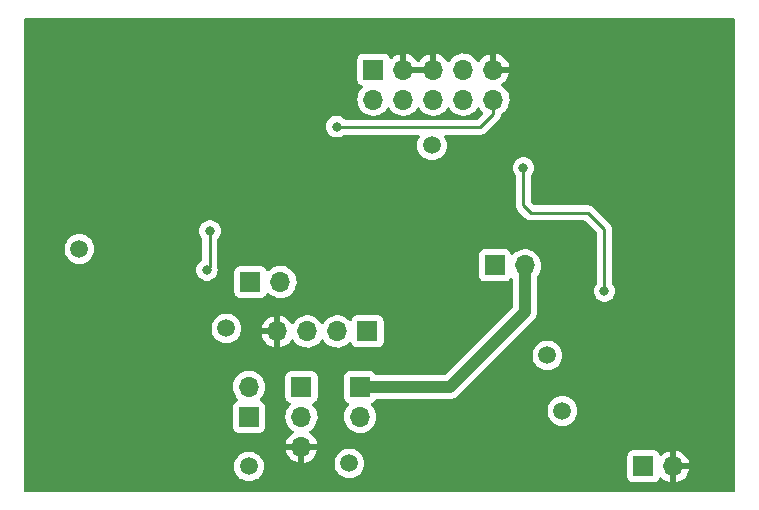
<source format=gbl>
G04 #@! TF.GenerationSoftware,KiCad,Pcbnew,6.0.11+dfsg-1*
G04 #@! TF.CreationDate,2024-04-10T09:55:10+02:00*
G04 #@! TF.ProjectId,Nehari_Chauveliere_kicad_TMS,4e656861-7269-45f4-9368-617576656c69,rev?*
G04 #@! TF.SameCoordinates,Original*
G04 #@! TF.FileFunction,Copper,L2,Bot*
G04 #@! TF.FilePolarity,Positive*
%FSLAX46Y46*%
G04 Gerber Fmt 4.6, Leading zero omitted, Abs format (unit mm)*
G04 Created by KiCad (PCBNEW 6.0.11+dfsg-1) date 2024-04-10 09:55:10*
%MOMM*%
%LPD*%
G01*
G04 APERTURE LIST*
G04 #@! TA.AperFunction,ComponentPad*
%ADD10C,1.500000*%
G04 #@! TD*
G04 #@! TA.AperFunction,ComponentPad*
%ADD11R,1.700000X1.700000*%
G04 #@! TD*
G04 #@! TA.AperFunction,ComponentPad*
%ADD12O,1.700000X1.700000*%
G04 #@! TD*
G04 #@! TA.AperFunction,ViaPad*
%ADD13C,0.800000*%
G04 #@! TD*
G04 #@! TA.AperFunction,Conductor*
%ADD14C,0.250000*%
G04 #@! TD*
G04 #@! TA.AperFunction,Conductor*
%ADD15C,1.000000*%
G04 #@! TD*
G04 APERTURE END LIST*
D10*
X157988000Y-103378000D03*
X166497000Y-103124000D03*
X173482000Y-76200000D03*
X184531000Y-98679000D03*
X143637000Y-84963000D03*
X183261000Y-93980000D03*
X156083000Y-91694000D03*
D11*
X168021000Y-91948000D03*
D12*
X165481000Y-91948000D03*
X162941000Y-91948000D03*
X160401000Y-91948000D03*
D11*
X191389000Y-103378000D03*
D12*
X193929000Y-103378000D03*
D11*
X157988000Y-99192000D03*
D12*
X157988000Y-96652000D03*
D11*
X158115000Y-87757000D03*
D12*
X160655000Y-87757000D03*
D11*
X168529000Y-69773800D03*
D12*
X168529000Y-72313800D03*
X171069000Y-69773800D03*
X171069000Y-72313800D03*
X173609000Y-69773800D03*
X173609000Y-72313800D03*
X176149000Y-69773800D03*
X176149000Y-72313800D03*
X178689000Y-69773800D03*
X178689000Y-72313800D03*
D11*
X167386000Y-96647000D03*
D12*
X167386000Y-99187000D03*
D11*
X178816000Y-86360000D03*
D12*
X181356000Y-86360000D03*
X162433000Y-101727000D03*
X162433000Y-99187000D03*
D11*
X162433000Y-96647000D03*
D13*
X150622000Y-99568000D03*
X162306000Y-104140000D03*
X171323000Y-99695000D03*
X191516000Y-66929000D03*
X150622000Y-95123000D03*
X146304000Y-82804000D03*
X146177000Y-92710000D03*
X144018000Y-87757000D03*
X153035000Y-88138000D03*
X152908000Y-85852000D03*
X167894000Y-76835000D03*
X164973000Y-72898000D03*
X183388000Y-86360000D03*
X152781000Y-74803000D03*
X176149000Y-82804000D03*
X188595000Y-79375000D03*
X186563000Y-89408000D03*
X184150000Y-96266000D03*
X183515000Y-103378000D03*
X197358000Y-103632000D03*
X197612000Y-95631000D03*
X195453000Y-88519000D03*
X195199000Y-80010000D03*
X191262000Y-74676000D03*
X183134000Y-72517000D03*
X179578000Y-81788000D03*
X188087000Y-88519000D03*
X181229000Y-78105000D03*
X164084000Y-88138000D03*
X178943000Y-66929000D03*
X154305000Y-73152000D03*
X153035000Y-105029000D03*
X149860000Y-81407000D03*
X146558000Y-77597000D03*
X168529000Y-103251000D03*
X141097000Y-97536000D03*
X168021000Y-87884000D03*
X171069000Y-78613000D03*
X164846000Y-80010000D03*
X158115000Y-91821000D03*
X150495000Y-70739000D03*
X147193000Y-100965000D03*
X144907000Y-104902000D03*
X155575000Y-77216000D03*
X177800000Y-75692000D03*
X177165000Y-90424000D03*
X145161000Y-71755000D03*
X153924000Y-81153000D03*
X169164000Y-82677000D03*
X165227000Y-67183000D03*
X160655000Y-82042000D03*
X165415351Y-74610351D03*
X154427000Y-86746000D03*
X154686000Y-83439000D03*
D14*
X165415351Y-74610351D02*
X165481000Y-74676000D01*
X178689000Y-73533000D02*
X178689000Y-72313800D01*
X165481000Y-74676000D02*
X177546000Y-74676000D01*
X177546000Y-74676000D02*
X178689000Y-73533000D01*
X181229000Y-81280000D02*
X181229000Y-78105000D01*
X181864000Y-81915000D02*
X181229000Y-81280000D01*
X185547000Y-81915000D02*
X181864000Y-81915000D01*
X185547000Y-81915000D02*
X186690000Y-81915000D01*
X186690000Y-81915000D02*
X188087000Y-83312000D01*
X188087000Y-83312000D02*
X188087000Y-88519000D01*
X154686000Y-83439000D02*
X154686000Y-86487000D01*
X154686000Y-86487000D02*
X154427000Y-86746000D01*
D15*
X167386000Y-96647000D02*
X175006000Y-96647000D01*
X181356000Y-90297000D02*
X181356000Y-86360000D01*
X175006000Y-96647000D02*
X181356000Y-90297000D01*
G04 #@! TA.AperFunction,Conductor*
G36*
X199077621Y-65425502D02*
G01*
X199124114Y-65479158D01*
X199135500Y-65531500D01*
X199135500Y-105410500D01*
X199115498Y-105478621D01*
X199061842Y-105525114D01*
X199009500Y-105536500D01*
X139064500Y-105536500D01*
X138996379Y-105516498D01*
X138949886Y-105462842D01*
X138938500Y-105410500D01*
X138938500Y-103378000D01*
X156724693Y-103378000D01*
X156743885Y-103597371D01*
X156800880Y-103810076D01*
X156803205Y-103815061D01*
X156891618Y-104004666D01*
X156891621Y-104004671D01*
X156893944Y-104009653D01*
X156897100Y-104014160D01*
X156897101Y-104014162D01*
X156948700Y-104087852D01*
X157020251Y-104190038D01*
X157175962Y-104345749D01*
X157180471Y-104348906D01*
X157180473Y-104348908D01*
X157255241Y-104401261D01*
X157356346Y-104472056D01*
X157555924Y-104565120D01*
X157768629Y-104622115D01*
X157988000Y-104641307D01*
X158207371Y-104622115D01*
X158420076Y-104565120D01*
X158619654Y-104472056D01*
X158720759Y-104401261D01*
X158795527Y-104348908D01*
X158795529Y-104348906D01*
X158800038Y-104345749D01*
X158955749Y-104190038D01*
X159027301Y-104087852D01*
X159078899Y-104014162D01*
X159078900Y-104014160D01*
X159082056Y-104009653D01*
X159084379Y-104004671D01*
X159084382Y-104004666D01*
X159172795Y-103815061D01*
X159175120Y-103810076D01*
X159232115Y-103597371D01*
X159251307Y-103378000D01*
X159232115Y-103158629D01*
X159222836Y-103124000D01*
X165233693Y-103124000D01*
X165252885Y-103343371D01*
X165309880Y-103556076D01*
X165312205Y-103561061D01*
X165400618Y-103750666D01*
X165400621Y-103750671D01*
X165402944Y-103755653D01*
X165406100Y-103760160D01*
X165406101Y-103760162D01*
X165493001Y-103884267D01*
X165529251Y-103936038D01*
X165684962Y-104091749D01*
X165865346Y-104218056D01*
X166064924Y-104311120D01*
X166277629Y-104368115D01*
X166497000Y-104387307D01*
X166716371Y-104368115D01*
X166929076Y-104311120D01*
X167004104Y-104276134D01*
X190030500Y-104276134D01*
X190037255Y-104338316D01*
X190088385Y-104474705D01*
X190175739Y-104591261D01*
X190292295Y-104678615D01*
X190428684Y-104729745D01*
X190490866Y-104736500D01*
X192287134Y-104736500D01*
X192349316Y-104729745D01*
X192485705Y-104678615D01*
X192602261Y-104591261D01*
X192689615Y-104474705D01*
X192722559Y-104386828D01*
X192733798Y-104356848D01*
X192776440Y-104300084D01*
X192843001Y-104275384D01*
X192912350Y-104290592D01*
X192947017Y-104318580D01*
X192972218Y-104347673D01*
X192979580Y-104354883D01*
X193143434Y-104490916D01*
X193151881Y-104496831D01*
X193335756Y-104604279D01*
X193345042Y-104608729D01*
X193544001Y-104684703D01*
X193553899Y-104687579D01*
X193657250Y-104708606D01*
X193671299Y-104707410D01*
X193675000Y-104697065D01*
X193675000Y-104696517D01*
X194183000Y-104696517D01*
X194187064Y-104710359D01*
X194200478Y-104712393D01*
X194207184Y-104711534D01*
X194217262Y-104709392D01*
X194421255Y-104648191D01*
X194430842Y-104644433D01*
X194622095Y-104550739D01*
X194630945Y-104545464D01*
X194804328Y-104421792D01*
X194812200Y-104415139D01*
X194963052Y-104264812D01*
X194969730Y-104256965D01*
X195094003Y-104084020D01*
X195099313Y-104075183D01*
X195193670Y-103884267D01*
X195197469Y-103874672D01*
X195259377Y-103670910D01*
X195261555Y-103660837D01*
X195262986Y-103649962D01*
X195260775Y-103635778D01*
X195247617Y-103632000D01*
X194201115Y-103632000D01*
X194185876Y-103636475D01*
X194184671Y-103637865D01*
X194183000Y-103645548D01*
X194183000Y-104696517D01*
X193675000Y-104696517D01*
X193675000Y-103105885D01*
X194183000Y-103105885D01*
X194187475Y-103121124D01*
X194188865Y-103122329D01*
X194196548Y-103124000D01*
X195247344Y-103124000D01*
X195260875Y-103120027D01*
X195262180Y-103110947D01*
X195220214Y-102943875D01*
X195216894Y-102934124D01*
X195131972Y-102738814D01*
X195127105Y-102729739D01*
X195011426Y-102550926D01*
X195005136Y-102542757D01*
X194861806Y-102385240D01*
X194854273Y-102378215D01*
X194687139Y-102246222D01*
X194678552Y-102240517D01*
X194492117Y-102137599D01*
X194482705Y-102133369D01*
X194281959Y-102062280D01*
X194271988Y-102059646D01*
X194200837Y-102046972D01*
X194187540Y-102048432D01*
X194183000Y-102062989D01*
X194183000Y-103105885D01*
X193675000Y-103105885D01*
X193675000Y-102061102D01*
X193671082Y-102047758D01*
X193656806Y-102045771D01*
X193618324Y-102051660D01*
X193608288Y-102054051D01*
X193405868Y-102120212D01*
X193396359Y-102124209D01*
X193207463Y-102222542D01*
X193198738Y-102228036D01*
X193028433Y-102355905D01*
X193020726Y-102362748D01*
X192943478Y-102443584D01*
X192881954Y-102479014D01*
X192811042Y-102475557D01*
X192753255Y-102434311D01*
X192734402Y-102400763D01*
X192692767Y-102289703D01*
X192689615Y-102281295D01*
X192602261Y-102164739D01*
X192485705Y-102077385D01*
X192349316Y-102026255D01*
X192287134Y-102019500D01*
X190490866Y-102019500D01*
X190428684Y-102026255D01*
X190292295Y-102077385D01*
X190175739Y-102164739D01*
X190088385Y-102281295D01*
X190037255Y-102417684D01*
X190030500Y-102479866D01*
X190030500Y-104276134D01*
X167004104Y-104276134D01*
X167128654Y-104218056D01*
X167309038Y-104091749D01*
X167464749Y-103936038D01*
X167501000Y-103884267D01*
X167587899Y-103760162D01*
X167587900Y-103760160D01*
X167591056Y-103755653D01*
X167593379Y-103750671D01*
X167593382Y-103750666D01*
X167681795Y-103561061D01*
X167684120Y-103556076D01*
X167741115Y-103343371D01*
X167760307Y-103124000D01*
X167741115Y-102904629D01*
X167684120Y-102691924D01*
X167618372Y-102550926D01*
X167593382Y-102497334D01*
X167593379Y-102497329D01*
X167591056Y-102492347D01*
X167587899Y-102487838D01*
X167467908Y-102316473D01*
X167467906Y-102316470D01*
X167464749Y-102311962D01*
X167309038Y-102156251D01*
X167282401Y-102137599D01*
X167173152Y-102061102D01*
X167128654Y-102029944D01*
X166929076Y-101936880D01*
X166716371Y-101879885D01*
X166497000Y-101860693D01*
X166277629Y-101879885D01*
X166064924Y-101936880D01*
X165971562Y-101980415D01*
X165870334Y-102027618D01*
X165870329Y-102027621D01*
X165865347Y-102029944D01*
X165860840Y-102033100D01*
X165860838Y-102033101D01*
X165689473Y-102153092D01*
X165689470Y-102153094D01*
X165684962Y-102156251D01*
X165529251Y-102311962D01*
X165526094Y-102316470D01*
X165526092Y-102316473D01*
X165406101Y-102487838D01*
X165402944Y-102492347D01*
X165400621Y-102497329D01*
X165400618Y-102497334D01*
X165375628Y-102550926D01*
X165309880Y-102691924D01*
X165252885Y-102904629D01*
X165233693Y-103124000D01*
X159222836Y-103124000D01*
X159175120Y-102945924D01*
X159090353Y-102764139D01*
X159084382Y-102751334D01*
X159084379Y-102751329D01*
X159082056Y-102746347D01*
X159078899Y-102741838D01*
X158958908Y-102570473D01*
X158958906Y-102570470D01*
X158955749Y-102565962D01*
X158800038Y-102410251D01*
X158619654Y-102283944D01*
X158420076Y-102190880D01*
X158207371Y-102133885D01*
X157988000Y-102114693D01*
X157768629Y-102133885D01*
X157555924Y-102190880D01*
X157465025Y-102233267D01*
X157361334Y-102281618D01*
X157361329Y-102281621D01*
X157356347Y-102283944D01*
X157351840Y-102287100D01*
X157351838Y-102287101D01*
X157180473Y-102407092D01*
X157180470Y-102407094D01*
X157175962Y-102410251D01*
X157020251Y-102565962D01*
X157017094Y-102570470D01*
X157017092Y-102570473D01*
X156897101Y-102741838D01*
X156893944Y-102746347D01*
X156891621Y-102751329D01*
X156891618Y-102751334D01*
X156885647Y-102764139D01*
X156800880Y-102945924D01*
X156743885Y-103158629D01*
X156724693Y-103378000D01*
X138938500Y-103378000D01*
X138938500Y-101994966D01*
X161101257Y-101994966D01*
X161131565Y-102129446D01*
X161134645Y-102139275D01*
X161214770Y-102336603D01*
X161219413Y-102345794D01*
X161330694Y-102527388D01*
X161336777Y-102535699D01*
X161476213Y-102696667D01*
X161483580Y-102703883D01*
X161647434Y-102839916D01*
X161655881Y-102845831D01*
X161839756Y-102953279D01*
X161849042Y-102957729D01*
X162048001Y-103033703D01*
X162057899Y-103036579D01*
X162161250Y-103057606D01*
X162175299Y-103056410D01*
X162179000Y-103046065D01*
X162179000Y-103045517D01*
X162687000Y-103045517D01*
X162691064Y-103059359D01*
X162704478Y-103061393D01*
X162711184Y-103060534D01*
X162721262Y-103058392D01*
X162925255Y-102997191D01*
X162934842Y-102993433D01*
X163126095Y-102899739D01*
X163134945Y-102894464D01*
X163308328Y-102770792D01*
X163316200Y-102764139D01*
X163467052Y-102613812D01*
X163473730Y-102605965D01*
X163598003Y-102433020D01*
X163603313Y-102424183D01*
X163697670Y-102233267D01*
X163701469Y-102223672D01*
X163763377Y-102019910D01*
X163765555Y-102009837D01*
X163766986Y-101998962D01*
X163764775Y-101984778D01*
X163751617Y-101981000D01*
X162705115Y-101981000D01*
X162689876Y-101985475D01*
X162688671Y-101986865D01*
X162687000Y-101994548D01*
X162687000Y-103045517D01*
X162179000Y-103045517D01*
X162179000Y-101999115D01*
X162174525Y-101983876D01*
X162173135Y-101982671D01*
X162165452Y-101981000D01*
X161116225Y-101981000D01*
X161102694Y-101984973D01*
X161101257Y-101994966D01*
X138938500Y-101994966D01*
X138938500Y-96618695D01*
X156625251Y-96618695D01*
X156625548Y-96623848D01*
X156625548Y-96623851D01*
X156631011Y-96718590D01*
X156638110Y-96841715D01*
X156639247Y-96846761D01*
X156639248Y-96846767D01*
X156659119Y-96934939D01*
X156687222Y-97059639D01*
X156771266Y-97266616D01*
X156773965Y-97271020D01*
X156848957Y-97393396D01*
X156887987Y-97457088D01*
X157034250Y-97625938D01*
X157038230Y-97629242D01*
X157042981Y-97633187D01*
X157082616Y-97692090D01*
X157084113Y-97763071D01*
X157046997Y-97823593D01*
X157006725Y-97848112D01*
X156974318Y-97860261D01*
X156891295Y-97891385D01*
X156774739Y-97978739D01*
X156687385Y-98095295D01*
X156636255Y-98231684D01*
X156629500Y-98293866D01*
X156629500Y-100090134D01*
X156636255Y-100152316D01*
X156687385Y-100288705D01*
X156774739Y-100405261D01*
X156891295Y-100492615D01*
X157027684Y-100543745D01*
X157089866Y-100550500D01*
X158886134Y-100550500D01*
X158948316Y-100543745D01*
X159084705Y-100492615D01*
X159201261Y-100405261D01*
X159288615Y-100288705D01*
X159339745Y-100152316D01*
X159346500Y-100090134D01*
X159346500Y-99153695D01*
X161070251Y-99153695D01*
X161070548Y-99158848D01*
X161070548Y-99158851D01*
X161076011Y-99253590D01*
X161083110Y-99376715D01*
X161084247Y-99381761D01*
X161084248Y-99381767D01*
X161104119Y-99469939D01*
X161132222Y-99594639D01*
X161216266Y-99801616D01*
X161332987Y-99992088D01*
X161479250Y-100160938D01*
X161651126Y-100303632D01*
X161724955Y-100346774D01*
X161773679Y-100398412D01*
X161786750Y-100468195D01*
X161760019Y-100533967D01*
X161719562Y-100567327D01*
X161711457Y-100571546D01*
X161702738Y-100577036D01*
X161532433Y-100704905D01*
X161524726Y-100711748D01*
X161377590Y-100865717D01*
X161371104Y-100873727D01*
X161251098Y-101049649D01*
X161246000Y-101058623D01*
X161156338Y-101251783D01*
X161152775Y-101261470D01*
X161097389Y-101461183D01*
X161098912Y-101469607D01*
X161111292Y-101473000D01*
X163751344Y-101473000D01*
X163764875Y-101469027D01*
X163766180Y-101459947D01*
X163724214Y-101292875D01*
X163720894Y-101283124D01*
X163635972Y-101087814D01*
X163631105Y-101078739D01*
X163515426Y-100899926D01*
X163509136Y-100891757D01*
X163365806Y-100734240D01*
X163358273Y-100727215D01*
X163191139Y-100595222D01*
X163182556Y-100589520D01*
X163145602Y-100569120D01*
X163095631Y-100518687D01*
X163080859Y-100449245D01*
X163105975Y-100382839D01*
X163133327Y-100356232D01*
X163156797Y-100339491D01*
X163312860Y-100228173D01*
X163471096Y-100070489D01*
X163530594Y-99987689D01*
X163598435Y-99893277D01*
X163601453Y-99889077D01*
X163700430Y-99688811D01*
X163765370Y-99475069D01*
X163794529Y-99253590D01*
X163796156Y-99187000D01*
X163793418Y-99153695D01*
X166023251Y-99153695D01*
X166023548Y-99158848D01*
X166023548Y-99158851D01*
X166029011Y-99253590D01*
X166036110Y-99376715D01*
X166037247Y-99381761D01*
X166037248Y-99381767D01*
X166057119Y-99469939D01*
X166085222Y-99594639D01*
X166169266Y-99801616D01*
X166285987Y-99992088D01*
X166432250Y-100160938D01*
X166604126Y-100303632D01*
X166797000Y-100416338D01*
X167005692Y-100496030D01*
X167010760Y-100497061D01*
X167010763Y-100497062D01*
X167117054Y-100518687D01*
X167224597Y-100540567D01*
X167229772Y-100540757D01*
X167229774Y-100540757D01*
X167442673Y-100548564D01*
X167442677Y-100548564D01*
X167447837Y-100548753D01*
X167452957Y-100548097D01*
X167452959Y-100548097D01*
X167664288Y-100521025D01*
X167664289Y-100521025D01*
X167669416Y-100520368D01*
X167675019Y-100518687D01*
X167878429Y-100457661D01*
X167878434Y-100457659D01*
X167883384Y-100456174D01*
X168083994Y-100357896D01*
X168265860Y-100228173D01*
X168424096Y-100070489D01*
X168483594Y-99987689D01*
X168551435Y-99893277D01*
X168554453Y-99889077D01*
X168653430Y-99688811D01*
X168718370Y-99475069D01*
X168747529Y-99253590D01*
X168749156Y-99187000D01*
X168730852Y-98964361D01*
X168676431Y-98747702D01*
X168646558Y-98679000D01*
X183267693Y-98679000D01*
X183286885Y-98898371D01*
X183343880Y-99111076D01*
X183346205Y-99116061D01*
X183434618Y-99305666D01*
X183434621Y-99305671D01*
X183436944Y-99310653D01*
X183440100Y-99315160D01*
X183440101Y-99315162D01*
X183486739Y-99381767D01*
X183563251Y-99491038D01*
X183718962Y-99646749D01*
X183899346Y-99773056D01*
X184098924Y-99866120D01*
X184311629Y-99923115D01*
X184531000Y-99942307D01*
X184750371Y-99923115D01*
X184963076Y-99866120D01*
X185162654Y-99773056D01*
X185343038Y-99646749D01*
X185498749Y-99491038D01*
X185575262Y-99381767D01*
X185621899Y-99315162D01*
X185621900Y-99315160D01*
X185625056Y-99310653D01*
X185627379Y-99305671D01*
X185627382Y-99305666D01*
X185715795Y-99116061D01*
X185718120Y-99111076D01*
X185775115Y-98898371D01*
X185794307Y-98679000D01*
X185775115Y-98459629D01*
X185718120Y-98246924D01*
X185649953Y-98100738D01*
X185627382Y-98052334D01*
X185627379Y-98052329D01*
X185625056Y-98047347D01*
X185615365Y-98033507D01*
X185501908Y-97871473D01*
X185501906Y-97871470D01*
X185498749Y-97866962D01*
X185343038Y-97711251D01*
X185315674Y-97692090D01*
X185240892Y-97639727D01*
X185162654Y-97584944D01*
X184963076Y-97491880D01*
X184750371Y-97434885D01*
X184531000Y-97415693D01*
X184311629Y-97434885D01*
X184098924Y-97491880D01*
X184005562Y-97535415D01*
X183904334Y-97582618D01*
X183904329Y-97582621D01*
X183899347Y-97584944D01*
X183894840Y-97588100D01*
X183894838Y-97588101D01*
X183723473Y-97708092D01*
X183723470Y-97708094D01*
X183718962Y-97711251D01*
X183563251Y-97866962D01*
X183560094Y-97871470D01*
X183560092Y-97871473D01*
X183446635Y-98033507D01*
X183436944Y-98047347D01*
X183434621Y-98052329D01*
X183434618Y-98052334D01*
X183412047Y-98100738D01*
X183343880Y-98246924D01*
X183286885Y-98459629D01*
X183267693Y-98679000D01*
X168646558Y-98679000D01*
X168587354Y-98542840D01*
X168466014Y-98355277D01*
X168462532Y-98351450D01*
X168318798Y-98193488D01*
X168287746Y-98129642D01*
X168296141Y-98059143D01*
X168341317Y-98004375D01*
X168367761Y-97990706D01*
X168474297Y-97950767D01*
X168482705Y-97947615D01*
X168599261Y-97860261D01*
X168686615Y-97743705D01*
X168689767Y-97735296D01*
X168694077Y-97727425D01*
X168695741Y-97728336D01*
X168731663Y-97680510D01*
X168798224Y-97655807D01*
X168807009Y-97655500D01*
X174944157Y-97655500D01*
X174957764Y-97656237D01*
X174989262Y-97659659D01*
X174989267Y-97659659D01*
X174995388Y-97660324D01*
X175021638Y-97658027D01*
X175045388Y-97655950D01*
X175050214Y-97655621D01*
X175052686Y-97655500D01*
X175055769Y-97655500D01*
X175067738Y-97654326D01*
X175098506Y-97651310D01*
X175099819Y-97651188D01*
X175144084Y-97647315D01*
X175192413Y-97643087D01*
X175197532Y-97641600D01*
X175202833Y-97641080D01*
X175291834Y-97614209D01*
X175292967Y-97613874D01*
X175376414Y-97589630D01*
X175376418Y-97589628D01*
X175382336Y-97587909D01*
X175387068Y-97585456D01*
X175392169Y-97583916D01*
X175397612Y-97581022D01*
X175474260Y-97540269D01*
X175475426Y-97539657D01*
X175552453Y-97499729D01*
X175557926Y-97496892D01*
X175562089Y-97493569D01*
X175566796Y-97491066D01*
X175638918Y-97432245D01*
X175639774Y-97431554D01*
X175678973Y-97400262D01*
X175681477Y-97397758D01*
X175682195Y-97397116D01*
X175686528Y-97393415D01*
X175720062Y-97366065D01*
X175729980Y-97354077D01*
X175749287Y-97330738D01*
X175757277Y-97321958D01*
X179099234Y-93980000D01*
X181997693Y-93980000D01*
X182016885Y-94199371D01*
X182073880Y-94412076D01*
X182076205Y-94417061D01*
X182164618Y-94606666D01*
X182164621Y-94606671D01*
X182166944Y-94611653D01*
X182293251Y-94792038D01*
X182448962Y-94947749D01*
X182629346Y-95074056D01*
X182828924Y-95167120D01*
X183041629Y-95224115D01*
X183261000Y-95243307D01*
X183480371Y-95224115D01*
X183693076Y-95167120D01*
X183892654Y-95074056D01*
X184073038Y-94947749D01*
X184228749Y-94792038D01*
X184355056Y-94611653D01*
X184357379Y-94606671D01*
X184357382Y-94606666D01*
X184445795Y-94417061D01*
X184448120Y-94412076D01*
X184505115Y-94199371D01*
X184524307Y-93980000D01*
X184505115Y-93760629D01*
X184448120Y-93547924D01*
X184404585Y-93454562D01*
X184357382Y-93353334D01*
X184357379Y-93353329D01*
X184355056Y-93348347D01*
X184327573Y-93309097D01*
X184231908Y-93172473D01*
X184231906Y-93172470D01*
X184228749Y-93167962D01*
X184073038Y-93012251D01*
X184040080Y-92989173D01*
X183993759Y-92956739D01*
X183892654Y-92885944D01*
X183693076Y-92792880D01*
X183480371Y-92735885D01*
X183261000Y-92716693D01*
X183041629Y-92735885D01*
X182828924Y-92792880D01*
X182739000Y-92834812D01*
X182634334Y-92883618D01*
X182634329Y-92883621D01*
X182629347Y-92885944D01*
X182624840Y-92889100D01*
X182624838Y-92889101D01*
X182453473Y-93009092D01*
X182453470Y-93009094D01*
X182448962Y-93012251D01*
X182293251Y-93167962D01*
X182290094Y-93172470D01*
X182290092Y-93172473D01*
X182194427Y-93309097D01*
X182166944Y-93348347D01*
X182164621Y-93353329D01*
X182164618Y-93353334D01*
X182117415Y-93454562D01*
X182073880Y-93547924D01*
X182016885Y-93760629D01*
X181997693Y-93980000D01*
X179099234Y-93980000D01*
X182025379Y-91053855D01*
X182035522Y-91044753D01*
X182060218Y-91024897D01*
X182065025Y-91021032D01*
X182097292Y-90982578D01*
X182100472Y-90978931D01*
X182102115Y-90977119D01*
X182104309Y-90974925D01*
X182131642Y-90941651D01*
X182132348Y-90940800D01*
X182139105Y-90932748D01*
X182192154Y-90869526D01*
X182194722Y-90864856D01*
X182198103Y-90860739D01*
X182241977Y-90778914D01*
X182242606Y-90777755D01*
X182284462Y-90701619D01*
X182284465Y-90701611D01*
X182287433Y-90696213D01*
X182289045Y-90691131D01*
X182291562Y-90686437D01*
X182318762Y-90597469D01*
X182319108Y-90596358D01*
X182319412Y-90595402D01*
X182347235Y-90507694D01*
X182347829Y-90502398D01*
X182349387Y-90497302D01*
X182358790Y-90404743D01*
X182358911Y-90403607D01*
X182364500Y-90353773D01*
X182364500Y-90350246D01*
X182364555Y-90349261D01*
X182365002Y-90343581D01*
X182369374Y-90300538D01*
X182365059Y-90254891D01*
X182364500Y-90243033D01*
X182364500Y-87323970D01*
X182384502Y-87255849D01*
X182392460Y-87245120D01*
X182394096Y-87243489D01*
X182524453Y-87062077D01*
X182586800Y-86935928D01*
X182621136Y-86866453D01*
X182621137Y-86866451D01*
X182623430Y-86861811D01*
X182660022Y-86741373D01*
X182686865Y-86653023D01*
X182686865Y-86653021D01*
X182688370Y-86648069D01*
X182717529Y-86426590D01*
X182718206Y-86398869D01*
X182719074Y-86363365D01*
X182719074Y-86363361D01*
X182719156Y-86360000D01*
X182700852Y-86137361D01*
X182646431Y-85920702D01*
X182557354Y-85715840D01*
X182478955Y-85594653D01*
X182438822Y-85532617D01*
X182438820Y-85532614D01*
X182436014Y-85528277D01*
X182285670Y-85363051D01*
X182281619Y-85359852D01*
X182281615Y-85359848D01*
X182114414Y-85227800D01*
X182114410Y-85227798D01*
X182110359Y-85224598D01*
X181914789Y-85116638D01*
X181909920Y-85114914D01*
X181909916Y-85114912D01*
X181709087Y-85043795D01*
X181709083Y-85043794D01*
X181704212Y-85042069D01*
X181699119Y-85041162D01*
X181699116Y-85041161D01*
X181489373Y-85003800D01*
X181489367Y-85003799D01*
X181484284Y-85002894D01*
X181410452Y-85001992D01*
X181266081Y-85000228D01*
X181266079Y-85000228D01*
X181260911Y-85000165D01*
X181040091Y-85033955D01*
X180827756Y-85103357D01*
X180629607Y-85206507D01*
X180625474Y-85209610D01*
X180625471Y-85209612D01*
X180455100Y-85337530D01*
X180450965Y-85340635D01*
X180394537Y-85399684D01*
X180370283Y-85425064D01*
X180308759Y-85460494D01*
X180237846Y-85457037D01*
X180180060Y-85415791D01*
X180161207Y-85382243D01*
X180119767Y-85271703D01*
X180116615Y-85263295D01*
X180029261Y-85146739D01*
X179912705Y-85059385D01*
X179776316Y-85008255D01*
X179714134Y-85001500D01*
X177917866Y-85001500D01*
X177855684Y-85008255D01*
X177719295Y-85059385D01*
X177602739Y-85146739D01*
X177515385Y-85263295D01*
X177464255Y-85399684D01*
X177457500Y-85461866D01*
X177457500Y-87258134D01*
X177464255Y-87320316D01*
X177515385Y-87456705D01*
X177602739Y-87573261D01*
X177719295Y-87660615D01*
X177855684Y-87711745D01*
X177917866Y-87718500D01*
X179714134Y-87718500D01*
X179776316Y-87711745D01*
X179912705Y-87660615D01*
X180029261Y-87573261D01*
X180116615Y-87456705D01*
X180117771Y-87457571D01*
X180161237Y-87414202D01*
X180230628Y-87399187D01*
X180297120Y-87424071D01*
X180339604Y-87480954D01*
X180347500Y-87524856D01*
X180347500Y-89827075D01*
X180327498Y-89895196D01*
X180310595Y-89916170D01*
X174625171Y-95601595D01*
X174562859Y-95635621D01*
X174536076Y-95638500D01*
X168807009Y-95638500D01*
X168738888Y-95618498D01*
X168692395Y-95564842D01*
X168690097Y-95559306D01*
X168689767Y-95558703D01*
X168686615Y-95550295D01*
X168599261Y-95433739D01*
X168482705Y-95346385D01*
X168346316Y-95295255D01*
X168284134Y-95288500D01*
X166487866Y-95288500D01*
X166425684Y-95295255D01*
X166289295Y-95346385D01*
X166172739Y-95433739D01*
X166085385Y-95550295D01*
X166034255Y-95686684D01*
X166027500Y-95748866D01*
X166027500Y-97545134D01*
X166034255Y-97607316D01*
X166085385Y-97743705D01*
X166172739Y-97860261D01*
X166289295Y-97947615D01*
X166297704Y-97950767D01*
X166297705Y-97950768D01*
X166406451Y-97991535D01*
X166463216Y-98034176D01*
X166487916Y-98100738D01*
X166472709Y-98170087D01*
X166453316Y-98196568D01*
X166326629Y-98329138D01*
X166200743Y-98513680D01*
X166106688Y-98716305D01*
X166046989Y-98931570D01*
X166023251Y-99153695D01*
X163793418Y-99153695D01*
X163777852Y-98964361D01*
X163723431Y-98747702D01*
X163634354Y-98542840D01*
X163513014Y-98355277D01*
X163509532Y-98351450D01*
X163365798Y-98193488D01*
X163334746Y-98129642D01*
X163343141Y-98059143D01*
X163388317Y-98004375D01*
X163414761Y-97990706D01*
X163521297Y-97950767D01*
X163529705Y-97947615D01*
X163646261Y-97860261D01*
X163733615Y-97743705D01*
X163784745Y-97607316D01*
X163791500Y-97545134D01*
X163791500Y-95748866D01*
X163784745Y-95686684D01*
X163733615Y-95550295D01*
X163646261Y-95433739D01*
X163529705Y-95346385D01*
X163393316Y-95295255D01*
X163331134Y-95288500D01*
X161534866Y-95288500D01*
X161472684Y-95295255D01*
X161336295Y-95346385D01*
X161219739Y-95433739D01*
X161132385Y-95550295D01*
X161081255Y-95686684D01*
X161074500Y-95748866D01*
X161074500Y-97545134D01*
X161081255Y-97607316D01*
X161132385Y-97743705D01*
X161219739Y-97860261D01*
X161336295Y-97947615D01*
X161344704Y-97950767D01*
X161344705Y-97950768D01*
X161453451Y-97991535D01*
X161510216Y-98034176D01*
X161534916Y-98100738D01*
X161519709Y-98170087D01*
X161500316Y-98196568D01*
X161373629Y-98329138D01*
X161247743Y-98513680D01*
X161153688Y-98716305D01*
X161093989Y-98931570D01*
X161070251Y-99153695D01*
X159346500Y-99153695D01*
X159346500Y-98293866D01*
X159339745Y-98231684D01*
X159288615Y-98095295D01*
X159201261Y-97978739D01*
X159084705Y-97891385D01*
X159009162Y-97863065D01*
X158966203Y-97846960D01*
X158909439Y-97804318D01*
X158884739Y-97737756D01*
X158899947Y-97668408D01*
X158921493Y-97639727D01*
X159026096Y-97535489D01*
X159054212Y-97496362D01*
X159153435Y-97358277D01*
X159156453Y-97354077D01*
X159170249Y-97326164D01*
X159253136Y-97158453D01*
X159253137Y-97158451D01*
X159255430Y-97153811D01*
X159320370Y-96940069D01*
X159349529Y-96718590D01*
X159351156Y-96652000D01*
X159332852Y-96429361D01*
X159278431Y-96212702D01*
X159189354Y-96007840D01*
X159068014Y-95820277D01*
X158917670Y-95655051D01*
X158913619Y-95651852D01*
X158913615Y-95651848D01*
X158746414Y-95519800D01*
X158746410Y-95519798D01*
X158742359Y-95516598D01*
X158546789Y-95408638D01*
X158541920Y-95406914D01*
X158541916Y-95406912D01*
X158341087Y-95335795D01*
X158341083Y-95335794D01*
X158336212Y-95334069D01*
X158331119Y-95333162D01*
X158331116Y-95333161D01*
X158121373Y-95295800D01*
X158121367Y-95295799D01*
X158116284Y-95294894D01*
X158042452Y-95293992D01*
X157898081Y-95292228D01*
X157898079Y-95292228D01*
X157892911Y-95292165D01*
X157672091Y-95325955D01*
X157459756Y-95395357D01*
X157261607Y-95498507D01*
X157257474Y-95501610D01*
X157257471Y-95501612D01*
X157087100Y-95629530D01*
X157082965Y-95632635D01*
X156928629Y-95794138D01*
X156802743Y-95978680D01*
X156708688Y-96181305D01*
X156648989Y-96396570D01*
X156625251Y-96618695D01*
X138938500Y-96618695D01*
X138938500Y-91694000D01*
X154819693Y-91694000D01*
X154838885Y-91913371D01*
X154895880Y-92126076D01*
X154937796Y-92215966D01*
X154986618Y-92320666D01*
X154986621Y-92320671D01*
X154988944Y-92325653D01*
X154992100Y-92330160D01*
X154992101Y-92330162D01*
X155065986Y-92435680D01*
X155115251Y-92506038D01*
X155270962Y-92661749D01*
X155451346Y-92788056D01*
X155650924Y-92881120D01*
X155863629Y-92938115D01*
X156083000Y-92957307D01*
X156302371Y-92938115D01*
X156515076Y-92881120D01*
X156714654Y-92788056D01*
X156895038Y-92661749D01*
X157050749Y-92506038D01*
X157100015Y-92435680D01*
X157173899Y-92330162D01*
X157173900Y-92330160D01*
X157177056Y-92325653D01*
X157179379Y-92320671D01*
X157179382Y-92320666D01*
X157228204Y-92215966D01*
X159069257Y-92215966D01*
X159099565Y-92350446D01*
X159102645Y-92360275D01*
X159182770Y-92557603D01*
X159187413Y-92566794D01*
X159298694Y-92748388D01*
X159304777Y-92756699D01*
X159444213Y-92917667D01*
X159451580Y-92924883D01*
X159615434Y-93060916D01*
X159623881Y-93066831D01*
X159807756Y-93174279D01*
X159817042Y-93178729D01*
X160016001Y-93254703D01*
X160025899Y-93257579D01*
X160129250Y-93278606D01*
X160143299Y-93277410D01*
X160147000Y-93267065D01*
X160147000Y-93266517D01*
X160655000Y-93266517D01*
X160659064Y-93280359D01*
X160672478Y-93282393D01*
X160679184Y-93281534D01*
X160689262Y-93279392D01*
X160893255Y-93218191D01*
X160902842Y-93214433D01*
X161094095Y-93120739D01*
X161102945Y-93115464D01*
X161276328Y-92991792D01*
X161284200Y-92985139D01*
X161435052Y-92834812D01*
X161441730Y-92826965D01*
X161569022Y-92649819D01*
X161570279Y-92650722D01*
X161617373Y-92607362D01*
X161687311Y-92595145D01*
X161752751Y-92622678D01*
X161780579Y-92654511D01*
X161786950Y-92664908D01*
X161840987Y-92753088D01*
X161987250Y-92921938D01*
X162159126Y-93064632D01*
X162352000Y-93177338D01*
X162560692Y-93257030D01*
X162565760Y-93258061D01*
X162565763Y-93258062D01*
X162660862Y-93277410D01*
X162779597Y-93301567D01*
X162784772Y-93301757D01*
X162784774Y-93301757D01*
X162997673Y-93309564D01*
X162997677Y-93309564D01*
X163002837Y-93309753D01*
X163007957Y-93309097D01*
X163007959Y-93309097D01*
X163219288Y-93282025D01*
X163219289Y-93282025D01*
X163224416Y-93281368D01*
X163229366Y-93279883D01*
X163433429Y-93218661D01*
X163433434Y-93218659D01*
X163438384Y-93217174D01*
X163638994Y-93118896D01*
X163820860Y-92989173D01*
X163979096Y-92831489D01*
X164109453Y-92650077D01*
X164110776Y-92651028D01*
X164157645Y-92607857D01*
X164227580Y-92595625D01*
X164293026Y-92623144D01*
X164320875Y-92654994D01*
X164326950Y-92664908D01*
X164380987Y-92753088D01*
X164527250Y-92921938D01*
X164699126Y-93064632D01*
X164892000Y-93177338D01*
X165100692Y-93257030D01*
X165105760Y-93258061D01*
X165105763Y-93258062D01*
X165200862Y-93277410D01*
X165319597Y-93301567D01*
X165324772Y-93301757D01*
X165324774Y-93301757D01*
X165537673Y-93309564D01*
X165537677Y-93309564D01*
X165542837Y-93309753D01*
X165547957Y-93309097D01*
X165547959Y-93309097D01*
X165759288Y-93282025D01*
X165759289Y-93282025D01*
X165764416Y-93281368D01*
X165769366Y-93279883D01*
X165973429Y-93218661D01*
X165973434Y-93218659D01*
X165978384Y-93217174D01*
X166178994Y-93118896D01*
X166360860Y-92989173D01*
X166469091Y-92881319D01*
X166531462Y-92847404D01*
X166602268Y-92852592D01*
X166659030Y-92895238D01*
X166676012Y-92926341D01*
X166709679Y-93016148D01*
X166720385Y-93044705D01*
X166807739Y-93161261D01*
X166924295Y-93248615D01*
X167060684Y-93299745D01*
X167122866Y-93306500D01*
X168919134Y-93306500D01*
X168981316Y-93299745D01*
X169117705Y-93248615D01*
X169234261Y-93161261D01*
X169321615Y-93044705D01*
X169372745Y-92908316D01*
X169379500Y-92846134D01*
X169379500Y-91049866D01*
X169372745Y-90987684D01*
X169321615Y-90851295D01*
X169234261Y-90734739D01*
X169117705Y-90647385D01*
X168981316Y-90596255D01*
X168919134Y-90589500D01*
X167122866Y-90589500D01*
X167060684Y-90596255D01*
X166924295Y-90647385D01*
X166807739Y-90734739D01*
X166720385Y-90851295D01*
X166717233Y-90859703D01*
X166675919Y-90969907D01*
X166633277Y-91026671D01*
X166566716Y-91051371D01*
X166497367Y-91036163D01*
X166464743Y-91010476D01*
X166414151Y-90954875D01*
X166414142Y-90954866D01*
X166410670Y-90951051D01*
X166406619Y-90947852D01*
X166406615Y-90947848D01*
X166239414Y-90815800D01*
X166239410Y-90815798D01*
X166235359Y-90812598D01*
X166199028Y-90792542D01*
X166172241Y-90777755D01*
X166039789Y-90704638D01*
X166034920Y-90702914D01*
X166034916Y-90702912D01*
X165834087Y-90631795D01*
X165834083Y-90631794D01*
X165829212Y-90630069D01*
X165824119Y-90629162D01*
X165824116Y-90629161D01*
X165614373Y-90591800D01*
X165614367Y-90591799D01*
X165609284Y-90590894D01*
X165535452Y-90589992D01*
X165391081Y-90588228D01*
X165391079Y-90588228D01*
X165385911Y-90588165D01*
X165165091Y-90621955D01*
X164952756Y-90691357D01*
X164754607Y-90794507D01*
X164750474Y-90797610D01*
X164750471Y-90797612D01*
X164580100Y-90925530D01*
X164575965Y-90928635D01*
X164531729Y-90974925D01*
X164482280Y-91026671D01*
X164421629Y-91090138D01*
X164314201Y-91247621D01*
X164259293Y-91292621D01*
X164188768Y-91300792D01*
X164125021Y-91269538D01*
X164104324Y-91245054D01*
X164023822Y-91120617D01*
X164023820Y-91120614D01*
X164021014Y-91116277D01*
X163870670Y-90951051D01*
X163866619Y-90947852D01*
X163866615Y-90947848D01*
X163699414Y-90815800D01*
X163699410Y-90815798D01*
X163695359Y-90812598D01*
X163659028Y-90792542D01*
X163632241Y-90777755D01*
X163499789Y-90704638D01*
X163494920Y-90702914D01*
X163494916Y-90702912D01*
X163294087Y-90631795D01*
X163294083Y-90631794D01*
X163289212Y-90630069D01*
X163284119Y-90629162D01*
X163284116Y-90629161D01*
X163074373Y-90591800D01*
X163074367Y-90591799D01*
X163069284Y-90590894D01*
X162995452Y-90589992D01*
X162851081Y-90588228D01*
X162851079Y-90588228D01*
X162845911Y-90588165D01*
X162625091Y-90621955D01*
X162412756Y-90691357D01*
X162214607Y-90794507D01*
X162210474Y-90797610D01*
X162210471Y-90797612D01*
X162040100Y-90925530D01*
X162035965Y-90928635D01*
X161991729Y-90974925D01*
X161942280Y-91026671D01*
X161881629Y-91090138D01*
X161878720Y-91094403D01*
X161878714Y-91094411D01*
X161866404Y-91112457D01*
X161774204Y-91247618D01*
X161773898Y-91248066D01*
X161718987Y-91293069D01*
X161648462Y-91301240D01*
X161584715Y-91269986D01*
X161564018Y-91245502D01*
X161483426Y-91120926D01*
X161477136Y-91112757D01*
X161333806Y-90955240D01*
X161326273Y-90948215D01*
X161159139Y-90816222D01*
X161150552Y-90810517D01*
X160964117Y-90707599D01*
X160954705Y-90703369D01*
X160753959Y-90632280D01*
X160743988Y-90629646D01*
X160672837Y-90616972D01*
X160659540Y-90618432D01*
X160655000Y-90632989D01*
X160655000Y-93266517D01*
X160147000Y-93266517D01*
X160147000Y-92220115D01*
X160142525Y-92204876D01*
X160141135Y-92203671D01*
X160133452Y-92202000D01*
X159084225Y-92202000D01*
X159070694Y-92205973D01*
X159069257Y-92215966D01*
X157228204Y-92215966D01*
X157270120Y-92126076D01*
X157327115Y-91913371D01*
X157346307Y-91694000D01*
X157345273Y-91682183D01*
X159065389Y-91682183D01*
X159066912Y-91690607D01*
X159079292Y-91694000D01*
X160128885Y-91694000D01*
X160144124Y-91689525D01*
X160145329Y-91688135D01*
X160147000Y-91680452D01*
X160147000Y-90631102D01*
X160143082Y-90617758D01*
X160128806Y-90615771D01*
X160090324Y-90621660D01*
X160080288Y-90624051D01*
X159877868Y-90690212D01*
X159868359Y-90694209D01*
X159679463Y-90792542D01*
X159670738Y-90798036D01*
X159500433Y-90925905D01*
X159492726Y-90932748D01*
X159345590Y-91086717D01*
X159339104Y-91094727D01*
X159219098Y-91270649D01*
X159214000Y-91279623D01*
X159124338Y-91472783D01*
X159120775Y-91482470D01*
X159065389Y-91682183D01*
X157345273Y-91682183D01*
X157327115Y-91474629D01*
X157270120Y-91261924D01*
X157202204Y-91116277D01*
X157179382Y-91067334D01*
X157179379Y-91067329D01*
X157177056Y-91062347D01*
X157171110Y-91053855D01*
X157053908Y-90886473D01*
X157053906Y-90886470D01*
X157050749Y-90881962D01*
X156895038Y-90726251D01*
X156868401Y-90707599D01*
X156760834Y-90632280D01*
X156714654Y-90599944D01*
X156515076Y-90506880D01*
X156302371Y-90449885D01*
X156083000Y-90430693D01*
X155863629Y-90449885D01*
X155650924Y-90506880D01*
X155557562Y-90550415D01*
X155456334Y-90597618D01*
X155456331Y-90597620D01*
X155451347Y-90599944D01*
X155446840Y-90603100D01*
X155446838Y-90603101D01*
X155275473Y-90723092D01*
X155275470Y-90723094D01*
X155270962Y-90726251D01*
X155115251Y-90881962D01*
X155112094Y-90886470D01*
X155112092Y-90886473D01*
X154994890Y-91053855D01*
X154988944Y-91062347D01*
X154986621Y-91067329D01*
X154986618Y-91067334D01*
X154963796Y-91116277D01*
X154895880Y-91261924D01*
X154838885Y-91474629D01*
X154819693Y-91694000D01*
X138938500Y-91694000D01*
X138938500Y-88655134D01*
X156756500Y-88655134D01*
X156763255Y-88717316D01*
X156814385Y-88853705D01*
X156901739Y-88970261D01*
X157018295Y-89057615D01*
X157154684Y-89108745D01*
X157216866Y-89115500D01*
X159013134Y-89115500D01*
X159075316Y-89108745D01*
X159211705Y-89057615D01*
X159328261Y-88970261D01*
X159415615Y-88853705D01*
X159437799Y-88794529D01*
X159459598Y-88736382D01*
X159502240Y-88679618D01*
X159568802Y-88654918D01*
X159638150Y-88670126D01*
X159672817Y-88698114D01*
X159701250Y-88730938D01*
X159873126Y-88873632D01*
X160066000Y-88986338D01*
X160274692Y-89066030D01*
X160279760Y-89067061D01*
X160279763Y-89067062D01*
X160387017Y-89088883D01*
X160493597Y-89110567D01*
X160498772Y-89110757D01*
X160498774Y-89110757D01*
X160711673Y-89118564D01*
X160711677Y-89118564D01*
X160716837Y-89118753D01*
X160721957Y-89118097D01*
X160721959Y-89118097D01*
X160933288Y-89091025D01*
X160933289Y-89091025D01*
X160938416Y-89090368D01*
X160943366Y-89088883D01*
X161147429Y-89027661D01*
X161147434Y-89027659D01*
X161152384Y-89026174D01*
X161352994Y-88927896D01*
X161534860Y-88798173D01*
X161693096Y-88640489D01*
X161823453Y-88459077D01*
X161884462Y-88335635D01*
X161920136Y-88263453D01*
X161920137Y-88263451D01*
X161922430Y-88258811D01*
X161987370Y-88045069D01*
X162016529Y-87823590D01*
X162018156Y-87757000D01*
X161999852Y-87534361D01*
X161945431Y-87317702D01*
X161856354Y-87112840D01*
X161745966Y-86942206D01*
X161737822Y-86929617D01*
X161737820Y-86929614D01*
X161735014Y-86925277D01*
X161584670Y-86760051D01*
X161580619Y-86756852D01*
X161580615Y-86756848D01*
X161413414Y-86624800D01*
X161413410Y-86624798D01*
X161409359Y-86621598D01*
X161213789Y-86513638D01*
X161208920Y-86511914D01*
X161208916Y-86511912D01*
X161008087Y-86440795D01*
X161008083Y-86440794D01*
X161003212Y-86439069D01*
X160998119Y-86438162D01*
X160998116Y-86438161D01*
X160788373Y-86400800D01*
X160788367Y-86400799D01*
X160783284Y-86399894D01*
X160709452Y-86398992D01*
X160565081Y-86397228D01*
X160565079Y-86397228D01*
X160559911Y-86397165D01*
X160339091Y-86430955D01*
X160126756Y-86500357D01*
X159928607Y-86603507D01*
X159924474Y-86606610D01*
X159924471Y-86606612D01*
X159754100Y-86734530D01*
X159749965Y-86737635D01*
X159693537Y-86796684D01*
X159669283Y-86822064D01*
X159607759Y-86857494D01*
X159536846Y-86854037D01*
X159479060Y-86812791D01*
X159460207Y-86779243D01*
X159418767Y-86668703D01*
X159415615Y-86660295D01*
X159328261Y-86543739D01*
X159211705Y-86456385D01*
X159075316Y-86405255D01*
X159013134Y-86398500D01*
X157216866Y-86398500D01*
X157154684Y-86405255D01*
X157018295Y-86456385D01*
X156901739Y-86543739D01*
X156814385Y-86660295D01*
X156763255Y-86796684D01*
X156756500Y-86858866D01*
X156756500Y-88655134D01*
X138938500Y-88655134D01*
X138938500Y-86746000D01*
X153513496Y-86746000D01*
X153514186Y-86752565D01*
X153532339Y-86925277D01*
X153533458Y-86935928D01*
X153592473Y-87117556D01*
X153687960Y-87282944D01*
X153692378Y-87287851D01*
X153692379Y-87287852D01*
X153806145Y-87414202D01*
X153815747Y-87424866D01*
X153970248Y-87537118D01*
X153976276Y-87539802D01*
X153976278Y-87539803D01*
X154138681Y-87612109D01*
X154144712Y-87614794D01*
X154238113Y-87634647D01*
X154325056Y-87653128D01*
X154325061Y-87653128D01*
X154331513Y-87654500D01*
X154522487Y-87654500D01*
X154528939Y-87653128D01*
X154528944Y-87653128D01*
X154615888Y-87634647D01*
X154709288Y-87614794D01*
X154715319Y-87612109D01*
X154877722Y-87539803D01*
X154877724Y-87539802D01*
X154883752Y-87537118D01*
X155038253Y-87424866D01*
X155047855Y-87414202D01*
X155161621Y-87287852D01*
X155161622Y-87287851D01*
X155166040Y-87282944D01*
X155261527Y-87117556D01*
X155320542Y-86935928D01*
X155321662Y-86925277D01*
X155339814Y-86752565D01*
X155340504Y-86746000D01*
X155320646Y-86557062D01*
X155321508Y-86524182D01*
X155322980Y-86514890D01*
X155322980Y-86514885D01*
X155324220Y-86507057D01*
X155320059Y-86463038D01*
X155319500Y-86451181D01*
X155319500Y-84141524D01*
X155339502Y-84073403D01*
X155351858Y-84057221D01*
X155425040Y-83975944D01*
X155520527Y-83810556D01*
X155579542Y-83628928D01*
X155589152Y-83537499D01*
X155598814Y-83445565D01*
X155599504Y-83439000D01*
X155579542Y-83249072D01*
X155520527Y-83067444D01*
X155515310Y-83058407D01*
X155460694Y-82963811D01*
X155425040Y-82902056D01*
X155415336Y-82891278D01*
X155301675Y-82765045D01*
X155301674Y-82765044D01*
X155297253Y-82760134D01*
X155142752Y-82647882D01*
X155136724Y-82645198D01*
X155136722Y-82645197D01*
X154974319Y-82572891D01*
X154974318Y-82572891D01*
X154968288Y-82570206D01*
X154866170Y-82548500D01*
X154787944Y-82531872D01*
X154787939Y-82531872D01*
X154781487Y-82530500D01*
X154590513Y-82530500D01*
X154584061Y-82531872D01*
X154584056Y-82531872D01*
X154505830Y-82548500D01*
X154403712Y-82570206D01*
X154397682Y-82572891D01*
X154397681Y-82572891D01*
X154235278Y-82645197D01*
X154235276Y-82645198D01*
X154229248Y-82647882D01*
X154074747Y-82760134D01*
X154070326Y-82765044D01*
X154070325Y-82765045D01*
X153956665Y-82891278D01*
X153946960Y-82902056D01*
X153911306Y-82963811D01*
X153856691Y-83058407D01*
X153851473Y-83067444D01*
X153792458Y-83249072D01*
X153772496Y-83439000D01*
X153773186Y-83445565D01*
X153782849Y-83537499D01*
X153792458Y-83628928D01*
X153851473Y-83810556D01*
X153946960Y-83975944D01*
X154020137Y-84057215D01*
X154050853Y-84121221D01*
X154052500Y-84141524D01*
X154052500Y-85836435D01*
X154032498Y-85904556D01*
X153981615Y-85948225D01*
X153982001Y-85948893D01*
X153978445Y-85950946D01*
X153977753Y-85951540D01*
X153976282Y-85952195D01*
X153976278Y-85952197D01*
X153970248Y-85954882D01*
X153815747Y-86067134D01*
X153811326Y-86072044D01*
X153811325Y-86072045D01*
X153743120Y-86147795D01*
X153687960Y-86209056D01*
X153592473Y-86374444D01*
X153533458Y-86556072D01*
X153532768Y-86562633D01*
X153532768Y-86562635D01*
X153528472Y-86603507D01*
X153513496Y-86746000D01*
X138938500Y-86746000D01*
X138938500Y-84963000D01*
X142373693Y-84963000D01*
X142392885Y-85182371D01*
X142449880Y-85395076D01*
X142452205Y-85400061D01*
X142540618Y-85589666D01*
X142540621Y-85589671D01*
X142542944Y-85594653D01*
X142546100Y-85599160D01*
X142546101Y-85599162D01*
X142624756Y-85711492D01*
X142669251Y-85775038D01*
X142824962Y-85930749D01*
X143005346Y-86057056D01*
X143204924Y-86150120D01*
X143417629Y-86207115D01*
X143637000Y-86226307D01*
X143856371Y-86207115D01*
X144069076Y-86150120D01*
X144268654Y-86057056D01*
X144449038Y-85930749D01*
X144604749Y-85775038D01*
X144649245Y-85711492D01*
X144727899Y-85599162D01*
X144727900Y-85599160D01*
X144731056Y-85594653D01*
X144733379Y-85589671D01*
X144733382Y-85589666D01*
X144821795Y-85400061D01*
X144824120Y-85395076D01*
X144881115Y-85182371D01*
X144900307Y-84963000D01*
X144881115Y-84743629D01*
X144824120Y-84530924D01*
X144780585Y-84437562D01*
X144733382Y-84336334D01*
X144733379Y-84336329D01*
X144731056Y-84331347D01*
X144604749Y-84150962D01*
X144449038Y-83995251D01*
X144268654Y-83868944D01*
X144069076Y-83775880D01*
X143856371Y-83718885D01*
X143637000Y-83699693D01*
X143417629Y-83718885D01*
X143204924Y-83775880D01*
X143144039Y-83804271D01*
X143010334Y-83866618D01*
X143010329Y-83866621D01*
X143005347Y-83868944D01*
X143000840Y-83872100D01*
X143000838Y-83872101D01*
X142829473Y-83992092D01*
X142829470Y-83992094D01*
X142824962Y-83995251D01*
X142669251Y-84150962D01*
X142542944Y-84331347D01*
X142540621Y-84336329D01*
X142540618Y-84336334D01*
X142493415Y-84437562D01*
X142449880Y-84530924D01*
X142392885Y-84743629D01*
X142373693Y-84963000D01*
X138938500Y-84963000D01*
X138938500Y-78105000D01*
X180315496Y-78105000D01*
X180335458Y-78294928D01*
X180394473Y-78476556D01*
X180489960Y-78641944D01*
X180563137Y-78723215D01*
X180593853Y-78787221D01*
X180595500Y-78807524D01*
X180595500Y-81201233D01*
X180594973Y-81212416D01*
X180593298Y-81219909D01*
X180593547Y-81227835D01*
X180593547Y-81227836D01*
X180595438Y-81287986D01*
X180595500Y-81291945D01*
X180595500Y-81319856D01*
X180595997Y-81323790D01*
X180595997Y-81323791D01*
X180596005Y-81323856D01*
X180596938Y-81335693D01*
X180598327Y-81379889D01*
X180602599Y-81394593D01*
X180603978Y-81399339D01*
X180607987Y-81418700D01*
X180610526Y-81438797D01*
X180613445Y-81446168D01*
X180613445Y-81446170D01*
X180626804Y-81479912D01*
X180630649Y-81491142D01*
X180638017Y-81516502D01*
X180642982Y-81533593D01*
X180647015Y-81540412D01*
X180647017Y-81540417D01*
X180653293Y-81551028D01*
X180661988Y-81568776D01*
X180669448Y-81587617D01*
X180674110Y-81594033D01*
X180674110Y-81594034D01*
X180695436Y-81623387D01*
X180701952Y-81633307D01*
X180724458Y-81671362D01*
X180738779Y-81685683D01*
X180751619Y-81700716D01*
X180763528Y-81717107D01*
X180769634Y-81722158D01*
X180797605Y-81745298D01*
X180806384Y-81753288D01*
X181360343Y-82307247D01*
X181367887Y-82315537D01*
X181372000Y-82322018D01*
X181377777Y-82327443D01*
X181421667Y-82368658D01*
X181424509Y-82371413D01*
X181444231Y-82391135D01*
X181447355Y-82393558D01*
X181447359Y-82393562D01*
X181447424Y-82393612D01*
X181456445Y-82401317D01*
X181488679Y-82431586D01*
X181495627Y-82435405D01*
X181495629Y-82435407D01*
X181506432Y-82441346D01*
X181522959Y-82452202D01*
X181532698Y-82459757D01*
X181532700Y-82459758D01*
X181538960Y-82464614D01*
X181579540Y-82482174D01*
X181590188Y-82487391D01*
X181628940Y-82508695D01*
X181636616Y-82510666D01*
X181636619Y-82510667D01*
X181648562Y-82513733D01*
X181667267Y-82520137D01*
X181685855Y-82528181D01*
X181693678Y-82529420D01*
X181693688Y-82529423D01*
X181729524Y-82535099D01*
X181741144Y-82537505D01*
X181776289Y-82546528D01*
X181783970Y-82548500D01*
X181804224Y-82548500D01*
X181823934Y-82550051D01*
X181843943Y-82553220D01*
X181851835Y-82552474D01*
X181887961Y-82549059D01*
X181899819Y-82548500D01*
X186375406Y-82548500D01*
X186443527Y-82568502D01*
X186464501Y-82585405D01*
X187416595Y-83537499D01*
X187450621Y-83599811D01*
X187453500Y-83626594D01*
X187453500Y-87816476D01*
X187433498Y-87884597D01*
X187421142Y-87900779D01*
X187347960Y-87982056D01*
X187252473Y-88147444D01*
X187193458Y-88329072D01*
X187173496Y-88519000D01*
X187174186Y-88525565D01*
X187192322Y-88698115D01*
X187193458Y-88708928D01*
X187252473Y-88890556D01*
X187347960Y-89055944D01*
X187352378Y-89060851D01*
X187352379Y-89060852D01*
X187396270Y-89109598D01*
X187475747Y-89197866D01*
X187630248Y-89310118D01*
X187636276Y-89312802D01*
X187636278Y-89312803D01*
X187798681Y-89385109D01*
X187804712Y-89387794D01*
X187898112Y-89407647D01*
X187985056Y-89426128D01*
X187985061Y-89426128D01*
X187991513Y-89427500D01*
X188182487Y-89427500D01*
X188188939Y-89426128D01*
X188188944Y-89426128D01*
X188275888Y-89407647D01*
X188369288Y-89387794D01*
X188375319Y-89385109D01*
X188537722Y-89312803D01*
X188537724Y-89312802D01*
X188543752Y-89310118D01*
X188698253Y-89197866D01*
X188777730Y-89109598D01*
X188821621Y-89060852D01*
X188821622Y-89060851D01*
X188826040Y-89055944D01*
X188921527Y-88890556D01*
X188980542Y-88708928D01*
X188981679Y-88698115D01*
X188999814Y-88525565D01*
X189000504Y-88519000D01*
X188980542Y-88329072D01*
X188921527Y-88147444D01*
X188826040Y-87982056D01*
X188752863Y-87900785D01*
X188722147Y-87836779D01*
X188720500Y-87816476D01*
X188720500Y-83390763D01*
X188721027Y-83379579D01*
X188722701Y-83372091D01*
X188720562Y-83304032D01*
X188720500Y-83300075D01*
X188720500Y-83272144D01*
X188719994Y-83268138D01*
X188719061Y-83256292D01*
X188719041Y-83255635D01*
X188717673Y-83212110D01*
X188712022Y-83192658D01*
X188708014Y-83173306D01*
X188706467Y-83161063D01*
X188705474Y-83153203D01*
X188702556Y-83145832D01*
X188689200Y-83112097D01*
X188685355Y-83100870D01*
X188684721Y-83098687D01*
X188673018Y-83058407D01*
X188668984Y-83051585D01*
X188668981Y-83051579D01*
X188662706Y-83040968D01*
X188654010Y-83023218D01*
X188649472Y-83011756D01*
X188649469Y-83011751D01*
X188646552Y-83004383D01*
X188620573Y-82968625D01*
X188614057Y-82958707D01*
X188595575Y-82927457D01*
X188591542Y-82920637D01*
X188577218Y-82906313D01*
X188564376Y-82891278D01*
X188552472Y-82874893D01*
X188518406Y-82846711D01*
X188509627Y-82838722D01*
X187193652Y-81522747D01*
X187186112Y-81514461D01*
X187182000Y-81507982D01*
X187132348Y-81461356D01*
X187129507Y-81458602D01*
X187109770Y-81438865D01*
X187106573Y-81436385D01*
X187097551Y-81428680D01*
X187065321Y-81398414D01*
X187058375Y-81394595D01*
X187058372Y-81394593D01*
X187047566Y-81388652D01*
X187031047Y-81377801D01*
X187023529Y-81371970D01*
X187015041Y-81365386D01*
X187007772Y-81362241D01*
X187007768Y-81362238D01*
X186974463Y-81347826D01*
X186963813Y-81342609D01*
X186925060Y-81321305D01*
X186905437Y-81316267D01*
X186886734Y-81309863D01*
X186875420Y-81304967D01*
X186875419Y-81304967D01*
X186868145Y-81301819D01*
X186860322Y-81300580D01*
X186860312Y-81300577D01*
X186824476Y-81294901D01*
X186812856Y-81292495D01*
X186777711Y-81283472D01*
X186777710Y-81283472D01*
X186770030Y-81281500D01*
X186749776Y-81281500D01*
X186730065Y-81279949D01*
X186717886Y-81278020D01*
X186710057Y-81276780D01*
X186702165Y-81277526D01*
X186666039Y-81280941D01*
X186654181Y-81281500D01*
X182178595Y-81281500D01*
X182110474Y-81261498D01*
X182089499Y-81244595D01*
X181899404Y-81054499D01*
X181865379Y-80992187D01*
X181862500Y-80965404D01*
X181862500Y-78807524D01*
X181882502Y-78739403D01*
X181894858Y-78723221D01*
X181968040Y-78641944D01*
X182063527Y-78476556D01*
X182122542Y-78294928D01*
X182142504Y-78105000D01*
X182122542Y-77915072D01*
X182063527Y-77733444D01*
X181968040Y-77568056D01*
X181873293Y-77462828D01*
X181844675Y-77431045D01*
X181844674Y-77431044D01*
X181840253Y-77426134D01*
X181685752Y-77313882D01*
X181679724Y-77311198D01*
X181679722Y-77311197D01*
X181517319Y-77238891D01*
X181517318Y-77238891D01*
X181511288Y-77236206D01*
X181417887Y-77216353D01*
X181330944Y-77197872D01*
X181330939Y-77197872D01*
X181324487Y-77196500D01*
X181133513Y-77196500D01*
X181127061Y-77197872D01*
X181127056Y-77197872D01*
X181040113Y-77216353D01*
X180946712Y-77236206D01*
X180940682Y-77238891D01*
X180940681Y-77238891D01*
X180778278Y-77311197D01*
X180778276Y-77311198D01*
X180772248Y-77313882D01*
X180617747Y-77426134D01*
X180613326Y-77431044D01*
X180613325Y-77431045D01*
X180584708Y-77462828D01*
X180489960Y-77568056D01*
X180394473Y-77733444D01*
X180335458Y-77915072D01*
X180315496Y-78105000D01*
X138938500Y-78105000D01*
X138938500Y-74610351D01*
X164501847Y-74610351D01*
X164521809Y-74800279D01*
X164580824Y-74981907D01*
X164676311Y-75147295D01*
X164680729Y-75152202D01*
X164680730Y-75152203D01*
X164792206Y-75276010D01*
X164804098Y-75289217D01*
X164958599Y-75401469D01*
X164964627Y-75404153D01*
X164964629Y-75404154D01*
X165075310Y-75453432D01*
X165133063Y-75479145D01*
X165226464Y-75498998D01*
X165313407Y-75517479D01*
X165313412Y-75517479D01*
X165319864Y-75518851D01*
X165510838Y-75518851D01*
X165517290Y-75517479D01*
X165517295Y-75517479D01*
X165604238Y-75498998D01*
X165697639Y-75479145D01*
X165755392Y-75453432D01*
X165866073Y-75404154D01*
X165866075Y-75404153D01*
X165872103Y-75401469D01*
X165965566Y-75333564D01*
X166032434Y-75309706D01*
X166039627Y-75309500D01*
X172327147Y-75309500D01*
X172395268Y-75329502D01*
X172441761Y-75383158D01*
X172451865Y-75453432D01*
X172430360Y-75507770D01*
X172387944Y-75568347D01*
X172385621Y-75573329D01*
X172385618Y-75573334D01*
X172338415Y-75674562D01*
X172294880Y-75767924D01*
X172237885Y-75980629D01*
X172218693Y-76200000D01*
X172237885Y-76419371D01*
X172294880Y-76632076D01*
X172297205Y-76637061D01*
X172385618Y-76826666D01*
X172385621Y-76826671D01*
X172387944Y-76831653D01*
X172514251Y-77012038D01*
X172669962Y-77167749D01*
X172850346Y-77294056D01*
X173049924Y-77387120D01*
X173262629Y-77444115D01*
X173482000Y-77463307D01*
X173701371Y-77444115D01*
X173914076Y-77387120D01*
X174113654Y-77294056D01*
X174294038Y-77167749D01*
X174449749Y-77012038D01*
X174576056Y-76831653D01*
X174578379Y-76826671D01*
X174578382Y-76826666D01*
X174666795Y-76637061D01*
X174669120Y-76632076D01*
X174726115Y-76419371D01*
X174745307Y-76200000D01*
X174726115Y-75980629D01*
X174669120Y-75767924D01*
X174625585Y-75674562D01*
X174578382Y-75573334D01*
X174578379Y-75573329D01*
X174576056Y-75568347D01*
X174533640Y-75507770D01*
X174510952Y-75440497D01*
X174528237Y-75371637D01*
X174580006Y-75323052D01*
X174636853Y-75309500D01*
X177467233Y-75309500D01*
X177478416Y-75310027D01*
X177485909Y-75311702D01*
X177493835Y-75311453D01*
X177493836Y-75311453D01*
X177553986Y-75309562D01*
X177557945Y-75309500D01*
X177585856Y-75309500D01*
X177589791Y-75309003D01*
X177589856Y-75308995D01*
X177601693Y-75308062D01*
X177633951Y-75307048D01*
X177637970Y-75306922D01*
X177645889Y-75306673D01*
X177665343Y-75301021D01*
X177684700Y-75297013D01*
X177696930Y-75295468D01*
X177696931Y-75295468D01*
X177704797Y-75294474D01*
X177712168Y-75291555D01*
X177712170Y-75291555D01*
X177745912Y-75278196D01*
X177757142Y-75274351D01*
X177791983Y-75264229D01*
X177791984Y-75264229D01*
X177799593Y-75262018D01*
X177806412Y-75257985D01*
X177806417Y-75257983D01*
X177817028Y-75251707D01*
X177834776Y-75243012D01*
X177853617Y-75235552D01*
X177889387Y-75209564D01*
X177899307Y-75203048D01*
X177930535Y-75184580D01*
X177930538Y-75184578D01*
X177937362Y-75180542D01*
X177951683Y-75166221D01*
X177966717Y-75153380D01*
X177976694Y-75146131D01*
X177983107Y-75141472D01*
X178011298Y-75107395D01*
X178019288Y-75098616D01*
X179081253Y-74036652D01*
X179089539Y-74029112D01*
X179096018Y-74025000D01*
X179142644Y-73975348D01*
X179145398Y-73972507D01*
X179165135Y-73952770D01*
X179167615Y-73949573D01*
X179175320Y-73940551D01*
X179179222Y-73936396D01*
X179205586Y-73908321D01*
X179209405Y-73901375D01*
X179209407Y-73901372D01*
X179215348Y-73890566D01*
X179226199Y-73874047D01*
X179233758Y-73864301D01*
X179238614Y-73858041D01*
X179241759Y-73850772D01*
X179241762Y-73850768D01*
X179256174Y-73817463D01*
X179261391Y-73806813D01*
X179282695Y-73768060D01*
X179287733Y-73748437D01*
X179294137Y-73729734D01*
X179299033Y-73718420D01*
X179299033Y-73718419D01*
X179302181Y-73711145D01*
X179303420Y-73703322D01*
X179303423Y-73703312D01*
X179309099Y-73667476D01*
X179311505Y-73655856D01*
X179320528Y-73620711D01*
X179320528Y-73620710D01*
X179322500Y-73613030D01*
X179322500Y-73594227D01*
X179342502Y-73526106D01*
X179383618Y-73486350D01*
X179386994Y-73484696D01*
X179568860Y-73354973D01*
X179727096Y-73197289D01*
X179786594Y-73114489D01*
X179854435Y-73020077D01*
X179857453Y-73015877D01*
X179878320Y-72973657D01*
X179954136Y-72820253D01*
X179954137Y-72820251D01*
X179956430Y-72815611D01*
X180021370Y-72601869D01*
X180050529Y-72380390D01*
X180052156Y-72313800D01*
X180033852Y-72091161D01*
X179979431Y-71874502D01*
X179890354Y-71669640D01*
X179769014Y-71482077D01*
X179618670Y-71316851D01*
X179614619Y-71313652D01*
X179614615Y-71313648D01*
X179447414Y-71181600D01*
X179447410Y-71181598D01*
X179443359Y-71178398D01*
X179401569Y-71155329D01*
X179351598Y-71104897D01*
X179336826Y-71035454D01*
X179361942Y-70969048D01*
X179389294Y-70942441D01*
X179564328Y-70817592D01*
X179572200Y-70810939D01*
X179723052Y-70660612D01*
X179729730Y-70652765D01*
X179854003Y-70479820D01*
X179859313Y-70470983D01*
X179953670Y-70280067D01*
X179957469Y-70270472D01*
X180019377Y-70066710D01*
X180021555Y-70056637D01*
X180022986Y-70045762D01*
X180020775Y-70031578D01*
X180007617Y-70027800D01*
X178561000Y-70027800D01*
X178492879Y-70007798D01*
X178446386Y-69954142D01*
X178435000Y-69901800D01*
X178435000Y-69501685D01*
X178943000Y-69501685D01*
X178947475Y-69516924D01*
X178948865Y-69518129D01*
X178956548Y-69519800D01*
X180007344Y-69519800D01*
X180020875Y-69515827D01*
X180022180Y-69506747D01*
X179980214Y-69339675D01*
X179976894Y-69329924D01*
X179891972Y-69134614D01*
X179887105Y-69125539D01*
X179771426Y-68946726D01*
X179765136Y-68938557D01*
X179621806Y-68781040D01*
X179614273Y-68774015D01*
X179447139Y-68642022D01*
X179438552Y-68636317D01*
X179252117Y-68533399D01*
X179242705Y-68529169D01*
X179041959Y-68458080D01*
X179031988Y-68455446D01*
X178960837Y-68442772D01*
X178947540Y-68444232D01*
X178943000Y-68458789D01*
X178943000Y-69501685D01*
X178435000Y-69501685D01*
X178435000Y-68456902D01*
X178431082Y-68443558D01*
X178416806Y-68441571D01*
X178378324Y-68447460D01*
X178368288Y-68449851D01*
X178165868Y-68516012D01*
X178156359Y-68520009D01*
X177967463Y-68618342D01*
X177958738Y-68623836D01*
X177788433Y-68751705D01*
X177780726Y-68758548D01*
X177633590Y-68912517D01*
X177627109Y-68920522D01*
X177522498Y-69073874D01*
X177467587Y-69118876D01*
X177397062Y-69127047D01*
X177333315Y-69095793D01*
X177312618Y-69071309D01*
X177231822Y-68946417D01*
X177231820Y-68946414D01*
X177229014Y-68942077D01*
X177078670Y-68776851D01*
X177074619Y-68773652D01*
X177074615Y-68773648D01*
X176907414Y-68641600D01*
X176907410Y-68641598D01*
X176903359Y-68638398D01*
X176867028Y-68618342D01*
X176851136Y-68609569D01*
X176707789Y-68530438D01*
X176702920Y-68528714D01*
X176702916Y-68528712D01*
X176502087Y-68457595D01*
X176502083Y-68457594D01*
X176497212Y-68455869D01*
X176492119Y-68454962D01*
X176492116Y-68454961D01*
X176282373Y-68417600D01*
X176282367Y-68417599D01*
X176277284Y-68416694D01*
X176203452Y-68415792D01*
X176059081Y-68414028D01*
X176059079Y-68414028D01*
X176053911Y-68413965D01*
X175833091Y-68447755D01*
X175620756Y-68517157D01*
X175422607Y-68620307D01*
X175418474Y-68623410D01*
X175418471Y-68623412D01*
X175248100Y-68751330D01*
X175243965Y-68754435D01*
X175089629Y-68915938D01*
X175086715Y-68920210D01*
X175086714Y-68920211D01*
X175074404Y-68938257D01*
X174983337Y-69071757D01*
X174981898Y-69073866D01*
X174926987Y-69118869D01*
X174856462Y-69127040D01*
X174792715Y-69095786D01*
X174772018Y-69071302D01*
X174691426Y-68946726D01*
X174685136Y-68938557D01*
X174541806Y-68781040D01*
X174534273Y-68774015D01*
X174367139Y-68642022D01*
X174358552Y-68636317D01*
X174172117Y-68533399D01*
X174162705Y-68529169D01*
X173961959Y-68458080D01*
X173951988Y-68455446D01*
X173880837Y-68442772D01*
X173867540Y-68444232D01*
X173863000Y-68458789D01*
X173863000Y-69901800D01*
X173842998Y-69969921D01*
X173789342Y-70016414D01*
X173737000Y-70027800D01*
X170941000Y-70027800D01*
X170872879Y-70007798D01*
X170826386Y-69954142D01*
X170815000Y-69901800D01*
X170815000Y-69501685D01*
X171323000Y-69501685D01*
X171327475Y-69516924D01*
X171328865Y-69518129D01*
X171336548Y-69519800D01*
X173336885Y-69519800D01*
X173352124Y-69515325D01*
X173353329Y-69513935D01*
X173355000Y-69506252D01*
X173355000Y-68456902D01*
X173351082Y-68443558D01*
X173336806Y-68441571D01*
X173298324Y-68447460D01*
X173288288Y-68449851D01*
X173085868Y-68516012D01*
X173076359Y-68520009D01*
X172887463Y-68618342D01*
X172878738Y-68623836D01*
X172708433Y-68751705D01*
X172700726Y-68758548D01*
X172553590Y-68912517D01*
X172547104Y-68920527D01*
X172442193Y-69074321D01*
X172387282Y-69119324D01*
X172316757Y-69127495D01*
X172253010Y-69096241D01*
X172232313Y-69071757D01*
X172151427Y-68946726D01*
X172145136Y-68938557D01*
X172001806Y-68781040D01*
X171994273Y-68774015D01*
X171827139Y-68642022D01*
X171818552Y-68636317D01*
X171632117Y-68533399D01*
X171622705Y-68529169D01*
X171421959Y-68458080D01*
X171411988Y-68455446D01*
X171340837Y-68442772D01*
X171327540Y-68444232D01*
X171323000Y-68458789D01*
X171323000Y-69501685D01*
X170815000Y-69501685D01*
X170815000Y-68456902D01*
X170811082Y-68443558D01*
X170796806Y-68441571D01*
X170758324Y-68447460D01*
X170748288Y-68449851D01*
X170545868Y-68516012D01*
X170536359Y-68520009D01*
X170347463Y-68618342D01*
X170338738Y-68623836D01*
X170168433Y-68751705D01*
X170160726Y-68758548D01*
X170083478Y-68839384D01*
X170021954Y-68874814D01*
X169951042Y-68871357D01*
X169893255Y-68830111D01*
X169874402Y-68796563D01*
X169832767Y-68685503D01*
X169829615Y-68677095D01*
X169742261Y-68560539D01*
X169625705Y-68473185D01*
X169489316Y-68422055D01*
X169427134Y-68415300D01*
X167630866Y-68415300D01*
X167568684Y-68422055D01*
X167432295Y-68473185D01*
X167315739Y-68560539D01*
X167228385Y-68677095D01*
X167177255Y-68813484D01*
X167170500Y-68875666D01*
X167170500Y-70671934D01*
X167177255Y-70734116D01*
X167228385Y-70870505D01*
X167315739Y-70987061D01*
X167432295Y-71074415D01*
X167440704Y-71077567D01*
X167440705Y-71077568D01*
X167549451Y-71118335D01*
X167606216Y-71160976D01*
X167630916Y-71227538D01*
X167615709Y-71296887D01*
X167596316Y-71323368D01*
X167469629Y-71455938D01*
X167343743Y-71640480D01*
X167249688Y-71843105D01*
X167189989Y-72058370D01*
X167166251Y-72280495D01*
X167166548Y-72285648D01*
X167166548Y-72285651D01*
X167172011Y-72380390D01*
X167179110Y-72503515D01*
X167180247Y-72508561D01*
X167180248Y-72508567D01*
X167200119Y-72596739D01*
X167228222Y-72721439D01*
X167312266Y-72928416D01*
X167363019Y-73011238D01*
X167426291Y-73114488D01*
X167428987Y-73118888D01*
X167575250Y-73287738D01*
X167747126Y-73430432D01*
X167940000Y-73543138D01*
X168148692Y-73622830D01*
X168153760Y-73623861D01*
X168153763Y-73623862D01*
X168261017Y-73645683D01*
X168367597Y-73667367D01*
X168372772Y-73667557D01*
X168372774Y-73667557D01*
X168585673Y-73675364D01*
X168585677Y-73675364D01*
X168590837Y-73675553D01*
X168595957Y-73674897D01*
X168595959Y-73674897D01*
X168807288Y-73647825D01*
X168807289Y-73647825D01*
X168812416Y-73647168D01*
X168817366Y-73645683D01*
X169021429Y-73584461D01*
X169021434Y-73584459D01*
X169026384Y-73582974D01*
X169226994Y-73484696D01*
X169408860Y-73354973D01*
X169567096Y-73197289D01*
X169626594Y-73114489D01*
X169697453Y-73015877D01*
X169698776Y-73016828D01*
X169745645Y-72973657D01*
X169815580Y-72961425D01*
X169881026Y-72988944D01*
X169908875Y-73020794D01*
X169968987Y-73118888D01*
X170115250Y-73287738D01*
X170287126Y-73430432D01*
X170480000Y-73543138D01*
X170688692Y-73622830D01*
X170693760Y-73623861D01*
X170693763Y-73623862D01*
X170801017Y-73645683D01*
X170907597Y-73667367D01*
X170912772Y-73667557D01*
X170912774Y-73667557D01*
X171125673Y-73675364D01*
X171125677Y-73675364D01*
X171130837Y-73675553D01*
X171135957Y-73674897D01*
X171135959Y-73674897D01*
X171347288Y-73647825D01*
X171347289Y-73647825D01*
X171352416Y-73647168D01*
X171357366Y-73645683D01*
X171561429Y-73584461D01*
X171561434Y-73584459D01*
X171566384Y-73582974D01*
X171766994Y-73484696D01*
X171948860Y-73354973D01*
X172107096Y-73197289D01*
X172166594Y-73114489D01*
X172237453Y-73015877D01*
X172238776Y-73016828D01*
X172285645Y-72973657D01*
X172355580Y-72961425D01*
X172421026Y-72988944D01*
X172448875Y-73020794D01*
X172508987Y-73118888D01*
X172655250Y-73287738D01*
X172827126Y-73430432D01*
X173020000Y-73543138D01*
X173228692Y-73622830D01*
X173233760Y-73623861D01*
X173233763Y-73623862D01*
X173341017Y-73645683D01*
X173447597Y-73667367D01*
X173452772Y-73667557D01*
X173452774Y-73667557D01*
X173665673Y-73675364D01*
X173665677Y-73675364D01*
X173670837Y-73675553D01*
X173675957Y-73674897D01*
X173675959Y-73674897D01*
X173887288Y-73647825D01*
X173887289Y-73647825D01*
X173892416Y-73647168D01*
X173897366Y-73645683D01*
X174101429Y-73584461D01*
X174101434Y-73584459D01*
X174106384Y-73582974D01*
X174306994Y-73484696D01*
X174488860Y-73354973D01*
X174647096Y-73197289D01*
X174706594Y-73114489D01*
X174777453Y-73015877D01*
X174778776Y-73016828D01*
X174825645Y-72973657D01*
X174895580Y-72961425D01*
X174961026Y-72988944D01*
X174988875Y-73020794D01*
X175048987Y-73118888D01*
X175195250Y-73287738D01*
X175367126Y-73430432D01*
X175560000Y-73543138D01*
X175768692Y-73622830D01*
X175773760Y-73623861D01*
X175773763Y-73623862D01*
X175881017Y-73645683D01*
X175987597Y-73667367D01*
X175992772Y-73667557D01*
X175992774Y-73667557D01*
X176205673Y-73675364D01*
X176205677Y-73675364D01*
X176210837Y-73675553D01*
X176215957Y-73674897D01*
X176215959Y-73674897D01*
X176427288Y-73647825D01*
X176427289Y-73647825D01*
X176432416Y-73647168D01*
X176437366Y-73645683D01*
X176641429Y-73584461D01*
X176641434Y-73584459D01*
X176646384Y-73582974D01*
X176846994Y-73484696D01*
X177028860Y-73354973D01*
X177187096Y-73197289D01*
X177246594Y-73114489D01*
X177317453Y-73015877D01*
X177318776Y-73016828D01*
X177365645Y-72973657D01*
X177435580Y-72961425D01*
X177501026Y-72988944D01*
X177528875Y-73020794D01*
X177588987Y-73118888D01*
X177735250Y-73287738D01*
X177794510Y-73336937D01*
X177834145Y-73395838D01*
X177835643Y-73466819D01*
X177803120Y-73522976D01*
X177558035Y-73768060D01*
X177320499Y-74005596D01*
X177258187Y-74039621D01*
X177231404Y-74042500D01*
X166182660Y-74042500D01*
X166114539Y-74022498D01*
X166089028Y-74000815D01*
X166026604Y-73931485D01*
X165872103Y-73819233D01*
X165866075Y-73816549D01*
X165866073Y-73816548D01*
X165703670Y-73744242D01*
X165703669Y-73744242D01*
X165697639Y-73741557D01*
X165588789Y-73718420D01*
X165517295Y-73703223D01*
X165517290Y-73703223D01*
X165510838Y-73701851D01*
X165319864Y-73701851D01*
X165313412Y-73703223D01*
X165313407Y-73703223D01*
X165241913Y-73718420D01*
X165133063Y-73741557D01*
X165127033Y-73744242D01*
X165127032Y-73744242D01*
X164964629Y-73816548D01*
X164964627Y-73816549D01*
X164958599Y-73819233D01*
X164804098Y-73931485D01*
X164799677Y-73936395D01*
X164799676Y-73936396D01*
X164716599Y-74028663D01*
X164676311Y-74073407D01*
X164580824Y-74238795D01*
X164521809Y-74420423D01*
X164501847Y-74610351D01*
X138938500Y-74610351D01*
X138938500Y-65531500D01*
X138958502Y-65463379D01*
X139012158Y-65416886D01*
X139064500Y-65405500D01*
X199009500Y-65405500D01*
X199077621Y-65425502D01*
G37*
G04 #@! TD.AperFunction*
M02*

</source>
